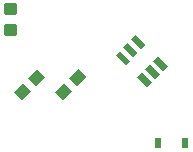
<source format=gbr>
G04 EAGLE Gerber RS-274X export*
G75*
%MOMM*%
%FSLAX34Y34*%
%LPD*%
%INSolderpaste Top*%
%IPPOS*%
%AMOC8*
5,1,8,0,0,1.08239X$1,22.5*%
G01*
G04 Define Apertures*
%ADD10R,0.630000X0.830000*%
%ADD11C,0.300000*%
%ADD12R,0.550000X1.200000*%
%ADD13R,1.100000X1.000000*%
D10*
X201500Y25000D03*
X178500Y25000D03*
D11*
X57500Y124730D02*
X50500Y124730D01*
X57500Y124730D02*
X57500Y117730D01*
X50500Y117730D01*
X50500Y124730D01*
X50500Y120580D02*
X57500Y120580D01*
X57500Y123430D02*
X50500Y123430D01*
X50500Y142270D02*
X57500Y142270D01*
X57500Y135270D01*
X50500Y135270D01*
X50500Y142270D01*
X50500Y138120D02*
X57500Y138120D01*
X57500Y140970D02*
X50500Y140970D01*
D12*
G36*
X156338Y113208D02*
X160227Y117097D01*
X168712Y108612D01*
X164823Y104723D01*
X156338Y113208D01*
G37*
G36*
X149621Y106490D02*
X153510Y110379D01*
X161995Y101894D01*
X158106Y98005D01*
X149621Y106490D01*
G37*
G36*
X142903Y99773D02*
X146792Y103662D01*
X155277Y95177D01*
X151388Y91288D01*
X142903Y99773D01*
G37*
G36*
X161288Y81388D02*
X165177Y85277D01*
X173662Y76792D01*
X169773Y72903D01*
X161288Y81388D01*
G37*
G36*
X174723Y94823D02*
X178612Y98712D01*
X187097Y90227D01*
X183208Y86338D01*
X174723Y94823D01*
G37*
G36*
X168005Y88106D02*
X171894Y91995D01*
X180379Y83510D01*
X176490Y79621D01*
X168005Y88106D01*
G37*
D13*
G36*
X103586Y80657D02*
X111363Y88434D01*
X118434Y81363D01*
X110657Y73586D01*
X103586Y80657D01*
G37*
G36*
X91566Y68637D02*
X99343Y76414D01*
X106414Y69343D01*
X98637Y61566D01*
X91566Y68637D01*
G37*
G36*
X68586Y80657D02*
X76363Y88434D01*
X83434Y81363D01*
X75657Y73586D01*
X68586Y80657D01*
G37*
G36*
X56566Y68637D02*
X64343Y76414D01*
X71414Y69343D01*
X63637Y61566D01*
X56566Y68637D01*
G37*
M02*

</source>
